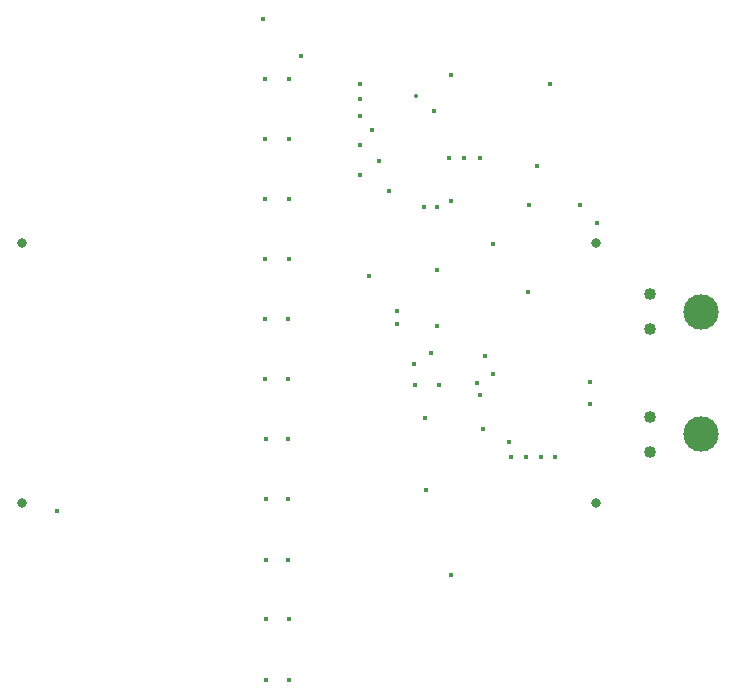
<source format=gbr>
%TF.GenerationSoftware,Altium Limited,Altium Designer,19.1.8 (144)*%
G04 Layer_Color=0*
%FSLAX26Y26*%
%MOIN*%
%TF.FileFunction,Plated,1,2,PTH,Drill*%
%TF.Part,Single*%
G01*
G75*
%TA.AperFunction,ComponentDrill*%
%ADD74C,0.040157*%
%ADD75C,0.118110*%
%ADD76C,0.032677*%
%TA.AperFunction,ViaDrill,NotFilled*%
%ADD77C,0.013780*%
%ADD78C,0.015000*%
D74*
X2288976Y1543307D02*
D03*
Y1425197D02*
D03*
Y1133859D02*
D03*
Y1015749D02*
D03*
D75*
X2459055Y1484252D02*
D03*
Y1074804D02*
D03*
D76*
X196850Y846456D02*
D03*
Y1712598D02*
D03*
X2110236Y846456D02*
D03*
Y1712598D02*
D03*
D77*
X1509842Y2201762D02*
D03*
D78*
X1323326Y2244428D02*
D03*
X1567204Y2152560D02*
D03*
X1323326Y2192008D02*
D03*
X1825788Y999016D02*
D03*
X1819904Y1051182D02*
D03*
X1385826Y1986220D02*
D03*
X1361220Y2089566D02*
D03*
X1321062Y2135630D02*
D03*
X1323326Y2038878D02*
D03*
X1320866Y1940944D02*
D03*
X1084646Y1659448D02*
D03*
X1765748Y1708662D02*
D03*
X1880998Y1550272D02*
D03*
X1973426Y999016D02*
D03*
X1924212D02*
D03*
X1080708Y1458662D02*
D03*
X1005906D02*
D03*
X2054134Y1838582D02*
D03*
X1885826D02*
D03*
X1625984Y607284D02*
D03*
X1955708Y2243110D02*
D03*
X1626292Y2272638D02*
D03*
X2112204Y1779528D02*
D03*
X2088998Y1177166D02*
D03*
X2088732Y1248526D02*
D03*
X1578740Y1624016D02*
D03*
X1540354Y1128406D02*
D03*
X1502952Y1309056D02*
D03*
X1557086Y1346456D02*
D03*
X1585228Y1238772D02*
D03*
X1577832Y1437084D02*
D03*
X1579724Y1831692D02*
D03*
X1535434D02*
D03*
X1625894Y1851378D02*
D03*
X1722440Y1995078D02*
D03*
X1669292Y1996064D02*
D03*
X1619094Y1997048D02*
D03*
X1723426Y1207678D02*
D03*
X1875000Y999016D02*
D03*
X1713606Y1247678D02*
D03*
X1765748Y1277560D02*
D03*
X1740158Y1336614D02*
D03*
X1911510Y1968600D02*
D03*
X1417322Y1887796D02*
D03*
X1353346Y1603346D02*
D03*
X1444882Y1486220D02*
D03*
X1445866Y1443898D02*
D03*
X1542322Y889764D02*
D03*
X1732284Y1091536D02*
D03*
X1505906Y1238772D02*
D03*
X312992Y820600D02*
D03*
X1125984Y2334646D02*
D03*
X1000000Y2460630D02*
D03*
X1082678Y1259842D02*
D03*
Y858268D02*
D03*
X1084646Y1858268D02*
D03*
X1082678Y657480D02*
D03*
Y1059056D02*
D03*
X1007874Y858268D02*
D03*
Y460630D02*
D03*
X1084646Y2259842D02*
D03*
X1003936D02*
D03*
X1084646Y2059056D02*
D03*
X1003936D02*
D03*
Y1858268D02*
D03*
X1005906Y1659448D02*
D03*
Y1259842D02*
D03*
X1007874Y1059056D02*
D03*
Y657480D02*
D03*
X1086614Y460630D02*
D03*
Y255906D02*
D03*
X1007874D02*
D03*
%TF.MD5,f3c401cb6b9ee91658324aad54fee98a*%
M02*

</source>
